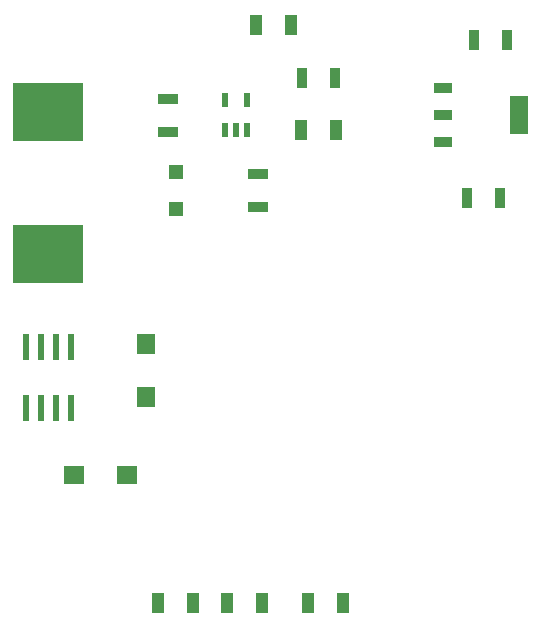
<source format=gtp>
G75*
%MOIN*%
%OFA0B0*%
%FSLAX25Y25*%
%IPPOS*%
%LPD*%
%AMOC8*
5,1,8,0,0,1.08239X$1,22.5*
%
%ADD10R,0.07100X0.03600*%
%ADD11R,0.03600X0.07100*%
%ADD12R,0.07087X0.05906*%
%ADD13R,0.05906X0.07087*%
%ADD14R,0.05000X0.05000*%
%ADD15R,0.23622X0.19685*%
%ADD16R,0.04400X0.06900*%
%ADD17R,0.02200X0.05000*%
%ADD18R,0.06400X0.03500*%
%ADD19R,0.06400X0.12500*%
%ADD20R,0.02362X0.08661*%
D10*
X0116000Y0250500D03*
X0116000Y0261500D03*
X0086000Y0275500D03*
X0086000Y0286500D03*
D11*
X0130500Y0293500D03*
X0141500Y0293500D03*
X0188000Y0306000D03*
X0199000Y0306000D03*
X0196500Y0253500D03*
X0185500Y0253500D03*
D12*
X0072358Y0161000D03*
X0054642Y0161000D03*
D13*
X0078500Y0187142D03*
X0078500Y0204858D03*
D14*
X0088500Y0249799D03*
X0088500Y0262201D03*
D15*
X0046000Y0282122D03*
X0046000Y0234878D03*
D16*
X0082700Y0118500D03*
X0094300Y0118500D03*
X0105700Y0118500D03*
X0117300Y0118500D03*
X0132700Y0118500D03*
X0144300Y0118500D03*
X0141800Y0276000D03*
X0130200Y0276000D03*
X0126800Y0311000D03*
X0115200Y0311000D03*
D17*
X0112200Y0286100D03*
X0104800Y0286100D03*
X0104800Y0275900D03*
X0108500Y0275900D03*
X0112200Y0275900D03*
D18*
X0177711Y0271959D03*
X0177711Y0281059D03*
X0177711Y0290159D03*
D19*
X0202911Y0281059D03*
D20*
X0053500Y0203736D03*
X0048500Y0203736D03*
X0043500Y0203736D03*
X0038500Y0203736D03*
X0038500Y0183264D03*
X0043500Y0183264D03*
X0048500Y0183264D03*
X0053500Y0183264D03*
M02*

</source>
